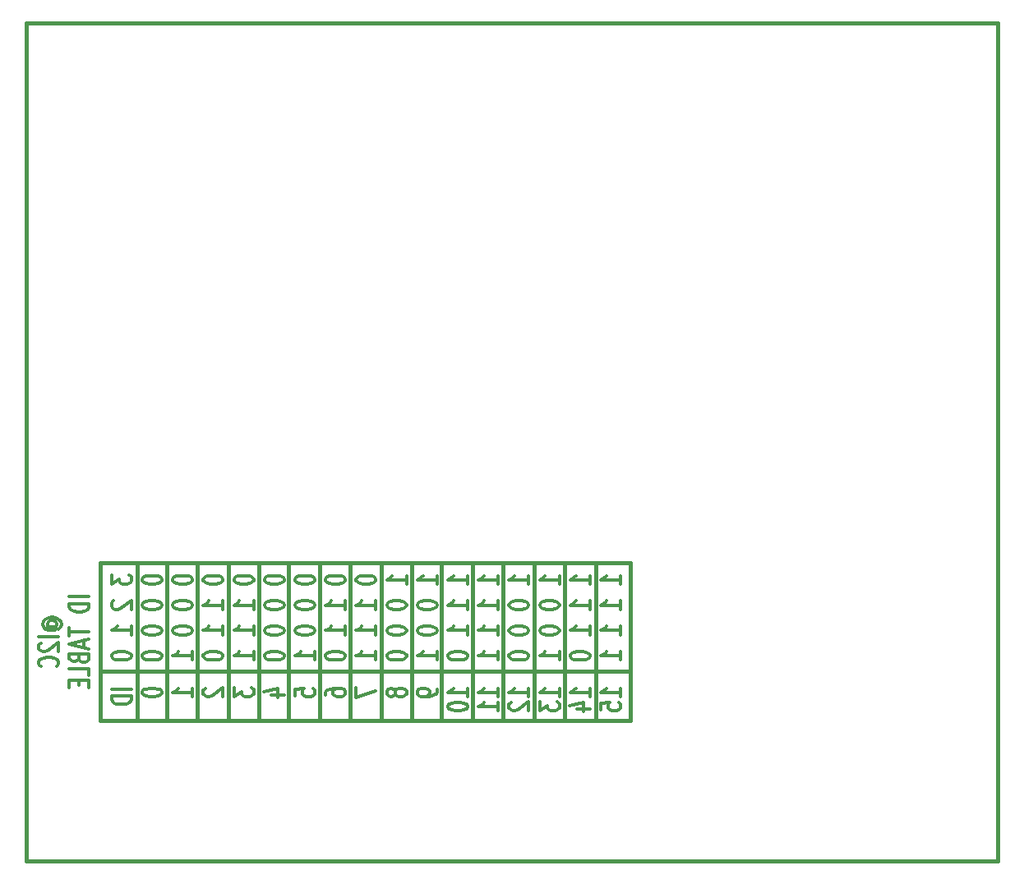
<source format=gbo>
G04 (created by PCBNEW (2013-mar-13)-testing) date jeu. 20 juin 2013 21:39:04 CEST*
%MOIN*%
G04 Gerber Fmt 3.4, Leading zero omitted, Abs format*
%FSLAX34Y34*%
G01*
G70*
G90*
G04 APERTURE LIST*
%ADD10C,0.005906*%
%ADD11C,0.015000*%
%ADD12C,0.012000*%
G04 APERTURE END LIST*
G54D10*
G54D11*
X74500Y-54300D02*
X96000Y-54300D01*
X89600Y-56300D02*
X89600Y-49950D01*
X76000Y-49900D02*
X76000Y-56300D01*
X77200Y-56300D02*
X77200Y-49900D01*
X78450Y-49900D02*
X78450Y-56300D01*
X79700Y-56300D02*
X79700Y-49900D01*
X80950Y-49900D02*
X80950Y-56300D01*
X82150Y-49900D02*
X82200Y-49900D01*
X82150Y-56300D02*
X82150Y-49900D01*
X83400Y-49900D02*
X83400Y-56300D01*
X84650Y-49950D02*
X84650Y-49900D01*
X84650Y-56300D02*
X84650Y-49950D01*
X85900Y-56300D02*
X85900Y-49900D01*
X87150Y-49900D02*
X87200Y-49900D01*
X87150Y-56300D02*
X87150Y-49900D01*
X88350Y-56300D02*
X88400Y-56300D01*
X88350Y-49900D02*
X88350Y-56300D01*
X90850Y-49950D02*
X90850Y-56300D01*
X92100Y-49900D02*
X92150Y-49900D01*
X92100Y-56300D02*
X92100Y-49900D01*
X93350Y-56300D02*
X93400Y-56300D01*
X93350Y-49900D02*
X93350Y-56300D01*
X93300Y-49900D02*
X93400Y-49900D01*
X94600Y-56300D02*
X94600Y-49900D01*
X96000Y-56300D02*
X95900Y-56300D01*
X96000Y-49900D02*
X96000Y-56300D01*
X74500Y-49900D02*
X96000Y-49900D01*
X74500Y-56300D02*
X74500Y-49900D01*
X95900Y-56300D02*
X74500Y-56300D01*
G54D12*
X72430Y-52500D02*
X72392Y-52471D01*
X72354Y-52414D01*
X72354Y-52357D01*
X72392Y-52300D01*
X72430Y-52271D01*
X72507Y-52242D01*
X72583Y-52242D01*
X72659Y-52271D01*
X72697Y-52300D01*
X72735Y-52357D01*
X72735Y-52414D01*
X72697Y-52471D01*
X72659Y-52500D01*
X72354Y-52500D02*
X72659Y-52500D01*
X72697Y-52528D01*
X72697Y-52557D01*
X72659Y-52614D01*
X72583Y-52642D01*
X72392Y-52642D01*
X72278Y-52585D01*
X72202Y-52500D01*
X72164Y-52385D01*
X72202Y-52271D01*
X72278Y-52185D01*
X72392Y-52128D01*
X72545Y-52100D01*
X72697Y-52128D01*
X72811Y-52185D01*
X72888Y-52271D01*
X72926Y-52385D01*
X72888Y-52500D01*
X72811Y-52585D01*
X72811Y-52900D02*
X72011Y-52900D01*
X72088Y-53157D02*
X72050Y-53185D01*
X72011Y-53242D01*
X72011Y-53385D01*
X72050Y-53442D01*
X72088Y-53471D01*
X72164Y-53500D01*
X72240Y-53500D01*
X72354Y-53471D01*
X72811Y-53128D01*
X72811Y-53500D01*
X72735Y-54100D02*
X72773Y-54071D01*
X72811Y-53985D01*
X72811Y-53928D01*
X72773Y-53842D01*
X72697Y-53785D01*
X72621Y-53757D01*
X72469Y-53728D01*
X72354Y-53728D01*
X72202Y-53757D01*
X72126Y-53785D01*
X72050Y-53842D01*
X72011Y-53928D01*
X72011Y-53985D01*
X72050Y-54071D01*
X72088Y-54100D01*
X74051Y-51271D02*
X73251Y-51271D01*
X74051Y-51557D02*
X73251Y-51557D01*
X73251Y-51700D01*
X73290Y-51785D01*
X73366Y-51842D01*
X73442Y-51871D01*
X73594Y-51900D01*
X73709Y-51900D01*
X73861Y-51871D01*
X73937Y-51842D01*
X74013Y-51785D01*
X74051Y-51700D01*
X74051Y-51557D01*
X73251Y-52528D02*
X73251Y-52871D01*
X74051Y-52700D02*
X73251Y-52700D01*
X73823Y-53042D02*
X73823Y-53328D01*
X74051Y-52985D02*
X73251Y-53185D01*
X74051Y-53385D01*
X73632Y-53785D02*
X73670Y-53871D01*
X73709Y-53900D01*
X73785Y-53928D01*
X73899Y-53928D01*
X73975Y-53900D01*
X74013Y-53871D01*
X74051Y-53814D01*
X74051Y-53585D01*
X73251Y-53585D01*
X73251Y-53785D01*
X73290Y-53842D01*
X73328Y-53871D01*
X73404Y-53900D01*
X73480Y-53900D01*
X73556Y-53871D01*
X73594Y-53842D01*
X73632Y-53785D01*
X73632Y-53585D01*
X74051Y-54471D02*
X74051Y-54185D01*
X73251Y-54185D01*
X73632Y-54671D02*
X73632Y-54871D01*
X74051Y-54957D02*
X74051Y-54671D01*
X73251Y-54671D01*
X73251Y-54957D01*
X74961Y-50385D02*
X74961Y-50757D01*
X75266Y-50557D01*
X75266Y-50642D01*
X75304Y-50700D01*
X75342Y-50728D01*
X75419Y-50757D01*
X75609Y-50757D01*
X75685Y-50728D01*
X75723Y-50700D01*
X75761Y-50642D01*
X75761Y-50471D01*
X75723Y-50414D01*
X75685Y-50385D01*
X75038Y-51442D02*
X75000Y-51471D01*
X74961Y-51528D01*
X74961Y-51671D01*
X75000Y-51728D01*
X75038Y-51757D01*
X75114Y-51785D01*
X75190Y-51785D01*
X75304Y-51757D01*
X75761Y-51414D01*
X75761Y-51785D01*
X75761Y-52814D02*
X75761Y-52471D01*
X75761Y-52642D02*
X74961Y-52642D01*
X75076Y-52585D01*
X75152Y-52528D01*
X75190Y-52471D01*
X74961Y-53642D02*
X74961Y-53700D01*
X75000Y-53757D01*
X75038Y-53785D01*
X75114Y-53814D01*
X75266Y-53842D01*
X75457Y-53842D01*
X75609Y-53814D01*
X75685Y-53785D01*
X75723Y-53757D01*
X75761Y-53700D01*
X75761Y-53642D01*
X75723Y-53585D01*
X75685Y-53557D01*
X75609Y-53528D01*
X75457Y-53500D01*
X75266Y-53500D01*
X75114Y-53528D01*
X75038Y-53557D01*
X75000Y-53585D01*
X74961Y-53642D01*
X75761Y-55014D02*
X74961Y-55014D01*
X75761Y-55300D02*
X74961Y-55300D01*
X74961Y-55442D01*
X75000Y-55528D01*
X75076Y-55585D01*
X75152Y-55614D01*
X75304Y-55642D01*
X75419Y-55642D01*
X75571Y-55614D01*
X75647Y-55585D01*
X75723Y-55528D01*
X75761Y-55442D01*
X75761Y-55300D01*
X76201Y-50557D02*
X76201Y-50614D01*
X76240Y-50671D01*
X76278Y-50700D01*
X76354Y-50728D01*
X76506Y-50757D01*
X76697Y-50757D01*
X76849Y-50728D01*
X76925Y-50700D01*
X76963Y-50671D01*
X77001Y-50614D01*
X77001Y-50557D01*
X76963Y-50500D01*
X76925Y-50471D01*
X76849Y-50442D01*
X76697Y-50414D01*
X76506Y-50414D01*
X76354Y-50442D01*
X76278Y-50471D01*
X76240Y-50500D01*
X76201Y-50557D01*
X76201Y-51585D02*
X76201Y-51642D01*
X76240Y-51700D01*
X76278Y-51728D01*
X76354Y-51757D01*
X76506Y-51785D01*
X76697Y-51785D01*
X76849Y-51757D01*
X76925Y-51728D01*
X76963Y-51700D01*
X77001Y-51642D01*
X77001Y-51585D01*
X76963Y-51528D01*
X76925Y-51500D01*
X76849Y-51471D01*
X76697Y-51442D01*
X76506Y-51442D01*
X76354Y-51471D01*
X76278Y-51500D01*
X76240Y-51528D01*
X76201Y-51585D01*
X76201Y-52614D02*
X76201Y-52671D01*
X76240Y-52728D01*
X76278Y-52757D01*
X76354Y-52785D01*
X76506Y-52814D01*
X76697Y-52814D01*
X76849Y-52785D01*
X76925Y-52757D01*
X76963Y-52728D01*
X77001Y-52671D01*
X77001Y-52614D01*
X76963Y-52557D01*
X76925Y-52528D01*
X76849Y-52500D01*
X76697Y-52471D01*
X76506Y-52471D01*
X76354Y-52500D01*
X76278Y-52528D01*
X76240Y-52557D01*
X76201Y-52614D01*
X76201Y-53642D02*
X76201Y-53700D01*
X76240Y-53757D01*
X76278Y-53785D01*
X76354Y-53814D01*
X76506Y-53842D01*
X76697Y-53842D01*
X76849Y-53814D01*
X76925Y-53785D01*
X76963Y-53757D01*
X77001Y-53700D01*
X77001Y-53642D01*
X76963Y-53585D01*
X76925Y-53557D01*
X76849Y-53528D01*
X76697Y-53500D01*
X76506Y-53500D01*
X76354Y-53528D01*
X76278Y-53557D01*
X76240Y-53585D01*
X76201Y-53642D01*
X76201Y-55128D02*
X76201Y-55185D01*
X76240Y-55242D01*
X76278Y-55271D01*
X76354Y-55300D01*
X76506Y-55328D01*
X76697Y-55328D01*
X76849Y-55300D01*
X76925Y-55271D01*
X76963Y-55242D01*
X77001Y-55185D01*
X77001Y-55128D01*
X76963Y-55071D01*
X76925Y-55042D01*
X76849Y-55014D01*
X76697Y-54985D01*
X76506Y-54985D01*
X76354Y-55014D01*
X76278Y-55042D01*
X76240Y-55071D01*
X76201Y-55128D01*
X77441Y-50557D02*
X77441Y-50614D01*
X77480Y-50671D01*
X77518Y-50700D01*
X77594Y-50728D01*
X77746Y-50757D01*
X77937Y-50757D01*
X78089Y-50728D01*
X78165Y-50700D01*
X78203Y-50671D01*
X78241Y-50614D01*
X78241Y-50557D01*
X78203Y-50500D01*
X78165Y-50471D01*
X78089Y-50442D01*
X77937Y-50414D01*
X77746Y-50414D01*
X77594Y-50442D01*
X77518Y-50471D01*
X77480Y-50500D01*
X77441Y-50557D01*
X77441Y-51585D02*
X77441Y-51642D01*
X77480Y-51700D01*
X77518Y-51728D01*
X77594Y-51757D01*
X77746Y-51785D01*
X77937Y-51785D01*
X78089Y-51757D01*
X78165Y-51728D01*
X78203Y-51700D01*
X78241Y-51642D01*
X78241Y-51585D01*
X78203Y-51528D01*
X78165Y-51500D01*
X78089Y-51471D01*
X77937Y-51442D01*
X77746Y-51442D01*
X77594Y-51471D01*
X77518Y-51500D01*
X77480Y-51528D01*
X77441Y-51585D01*
X77441Y-52614D02*
X77441Y-52671D01*
X77480Y-52728D01*
X77518Y-52757D01*
X77594Y-52785D01*
X77746Y-52814D01*
X77937Y-52814D01*
X78089Y-52785D01*
X78165Y-52757D01*
X78203Y-52728D01*
X78241Y-52671D01*
X78241Y-52614D01*
X78203Y-52557D01*
X78165Y-52528D01*
X78089Y-52500D01*
X77937Y-52471D01*
X77746Y-52471D01*
X77594Y-52500D01*
X77518Y-52528D01*
X77480Y-52557D01*
X77441Y-52614D01*
X78241Y-53842D02*
X78241Y-53500D01*
X78241Y-53671D02*
X77441Y-53671D01*
X77556Y-53614D01*
X77632Y-53557D01*
X77670Y-53500D01*
X78241Y-55328D02*
X78241Y-54985D01*
X78241Y-55157D02*
X77441Y-55157D01*
X77556Y-55100D01*
X77632Y-55042D01*
X77670Y-54985D01*
X78681Y-50557D02*
X78681Y-50614D01*
X78720Y-50671D01*
X78758Y-50700D01*
X78834Y-50728D01*
X78986Y-50757D01*
X79177Y-50757D01*
X79329Y-50728D01*
X79405Y-50700D01*
X79443Y-50671D01*
X79481Y-50614D01*
X79481Y-50557D01*
X79443Y-50500D01*
X79405Y-50471D01*
X79329Y-50442D01*
X79177Y-50414D01*
X78986Y-50414D01*
X78834Y-50442D01*
X78758Y-50471D01*
X78720Y-50500D01*
X78681Y-50557D01*
X79481Y-51785D02*
X79481Y-51442D01*
X79481Y-51614D02*
X78681Y-51614D01*
X78796Y-51557D01*
X78872Y-51500D01*
X78910Y-51442D01*
X79481Y-52814D02*
X79481Y-52471D01*
X79481Y-52642D02*
X78681Y-52642D01*
X78796Y-52585D01*
X78872Y-52528D01*
X78910Y-52471D01*
X78681Y-53642D02*
X78681Y-53700D01*
X78720Y-53757D01*
X78758Y-53785D01*
X78834Y-53814D01*
X78986Y-53842D01*
X79177Y-53842D01*
X79329Y-53814D01*
X79405Y-53785D01*
X79443Y-53757D01*
X79481Y-53700D01*
X79481Y-53642D01*
X79443Y-53585D01*
X79405Y-53557D01*
X79329Y-53528D01*
X79177Y-53500D01*
X78986Y-53500D01*
X78834Y-53528D01*
X78758Y-53557D01*
X78720Y-53585D01*
X78681Y-53642D01*
X78758Y-54985D02*
X78720Y-55014D01*
X78681Y-55071D01*
X78681Y-55214D01*
X78720Y-55271D01*
X78758Y-55300D01*
X78834Y-55328D01*
X78910Y-55328D01*
X79024Y-55300D01*
X79481Y-54957D01*
X79481Y-55328D01*
X79921Y-50557D02*
X79921Y-50614D01*
X79960Y-50671D01*
X79998Y-50700D01*
X80074Y-50728D01*
X80226Y-50757D01*
X80417Y-50757D01*
X80569Y-50728D01*
X80645Y-50700D01*
X80683Y-50671D01*
X80721Y-50614D01*
X80721Y-50557D01*
X80683Y-50500D01*
X80645Y-50471D01*
X80569Y-50442D01*
X80417Y-50414D01*
X80226Y-50414D01*
X80074Y-50442D01*
X79998Y-50471D01*
X79960Y-50500D01*
X79921Y-50557D01*
X80721Y-51785D02*
X80721Y-51442D01*
X80721Y-51614D02*
X79921Y-51614D01*
X80036Y-51557D01*
X80112Y-51500D01*
X80150Y-51442D01*
X80721Y-52814D02*
X80721Y-52471D01*
X80721Y-52642D02*
X79921Y-52642D01*
X80036Y-52585D01*
X80112Y-52528D01*
X80150Y-52471D01*
X80721Y-53842D02*
X80721Y-53500D01*
X80721Y-53671D02*
X79921Y-53671D01*
X80036Y-53614D01*
X80112Y-53557D01*
X80150Y-53500D01*
X79921Y-54957D02*
X79921Y-55328D01*
X80226Y-55128D01*
X80226Y-55214D01*
X80264Y-55271D01*
X80302Y-55300D01*
X80379Y-55328D01*
X80569Y-55328D01*
X80645Y-55300D01*
X80683Y-55271D01*
X80721Y-55214D01*
X80721Y-55042D01*
X80683Y-54985D01*
X80645Y-54957D01*
X81161Y-50557D02*
X81161Y-50614D01*
X81200Y-50671D01*
X81238Y-50700D01*
X81314Y-50728D01*
X81466Y-50757D01*
X81657Y-50757D01*
X81809Y-50728D01*
X81885Y-50700D01*
X81923Y-50671D01*
X81961Y-50614D01*
X81961Y-50557D01*
X81923Y-50500D01*
X81885Y-50471D01*
X81809Y-50442D01*
X81657Y-50414D01*
X81466Y-50414D01*
X81314Y-50442D01*
X81238Y-50471D01*
X81200Y-50500D01*
X81161Y-50557D01*
X81161Y-51585D02*
X81161Y-51642D01*
X81200Y-51700D01*
X81238Y-51728D01*
X81314Y-51757D01*
X81466Y-51785D01*
X81657Y-51785D01*
X81809Y-51757D01*
X81885Y-51728D01*
X81923Y-51700D01*
X81961Y-51642D01*
X81961Y-51585D01*
X81923Y-51528D01*
X81885Y-51500D01*
X81809Y-51471D01*
X81657Y-51442D01*
X81466Y-51442D01*
X81314Y-51471D01*
X81238Y-51500D01*
X81200Y-51528D01*
X81161Y-51585D01*
X81161Y-52614D02*
X81161Y-52671D01*
X81200Y-52728D01*
X81238Y-52757D01*
X81314Y-52785D01*
X81466Y-52814D01*
X81657Y-52814D01*
X81809Y-52785D01*
X81885Y-52757D01*
X81923Y-52728D01*
X81961Y-52671D01*
X81961Y-52614D01*
X81923Y-52557D01*
X81885Y-52528D01*
X81809Y-52500D01*
X81657Y-52471D01*
X81466Y-52471D01*
X81314Y-52500D01*
X81238Y-52528D01*
X81200Y-52557D01*
X81161Y-52614D01*
X81161Y-53642D02*
X81161Y-53700D01*
X81200Y-53757D01*
X81238Y-53785D01*
X81314Y-53814D01*
X81466Y-53842D01*
X81657Y-53842D01*
X81809Y-53814D01*
X81885Y-53785D01*
X81923Y-53757D01*
X81961Y-53700D01*
X81961Y-53642D01*
X81923Y-53585D01*
X81885Y-53557D01*
X81809Y-53528D01*
X81657Y-53500D01*
X81466Y-53500D01*
X81314Y-53528D01*
X81238Y-53557D01*
X81200Y-53585D01*
X81161Y-53642D01*
X81428Y-55271D02*
X81961Y-55271D01*
X81123Y-55128D02*
X81695Y-54985D01*
X81695Y-55357D01*
X82401Y-50557D02*
X82401Y-50614D01*
X82440Y-50671D01*
X82478Y-50700D01*
X82554Y-50728D01*
X82706Y-50757D01*
X82897Y-50757D01*
X83049Y-50728D01*
X83125Y-50700D01*
X83163Y-50671D01*
X83201Y-50614D01*
X83201Y-50557D01*
X83163Y-50500D01*
X83125Y-50471D01*
X83049Y-50442D01*
X82897Y-50414D01*
X82706Y-50414D01*
X82554Y-50442D01*
X82478Y-50471D01*
X82440Y-50500D01*
X82401Y-50557D01*
X82401Y-51585D02*
X82401Y-51642D01*
X82440Y-51700D01*
X82478Y-51728D01*
X82554Y-51757D01*
X82706Y-51785D01*
X82897Y-51785D01*
X83049Y-51757D01*
X83125Y-51728D01*
X83163Y-51700D01*
X83201Y-51642D01*
X83201Y-51585D01*
X83163Y-51528D01*
X83125Y-51500D01*
X83049Y-51471D01*
X82897Y-51442D01*
X82706Y-51442D01*
X82554Y-51471D01*
X82478Y-51500D01*
X82440Y-51528D01*
X82401Y-51585D01*
X82401Y-52614D02*
X82401Y-52671D01*
X82440Y-52728D01*
X82478Y-52757D01*
X82554Y-52785D01*
X82706Y-52814D01*
X82897Y-52814D01*
X83049Y-52785D01*
X83125Y-52757D01*
X83163Y-52728D01*
X83201Y-52671D01*
X83201Y-52614D01*
X83163Y-52557D01*
X83125Y-52528D01*
X83049Y-52500D01*
X82897Y-52471D01*
X82706Y-52471D01*
X82554Y-52500D01*
X82478Y-52528D01*
X82440Y-52557D01*
X82401Y-52614D01*
X83201Y-53842D02*
X83201Y-53500D01*
X83201Y-53671D02*
X82401Y-53671D01*
X82516Y-53614D01*
X82592Y-53557D01*
X82630Y-53500D01*
X82401Y-55300D02*
X82401Y-55014D01*
X82782Y-54985D01*
X82744Y-55014D01*
X82706Y-55071D01*
X82706Y-55214D01*
X82744Y-55271D01*
X82782Y-55300D01*
X82859Y-55328D01*
X83049Y-55328D01*
X83125Y-55300D01*
X83163Y-55271D01*
X83201Y-55214D01*
X83201Y-55071D01*
X83163Y-55014D01*
X83125Y-54985D01*
X83641Y-50557D02*
X83641Y-50614D01*
X83680Y-50671D01*
X83718Y-50700D01*
X83794Y-50728D01*
X83946Y-50757D01*
X84137Y-50757D01*
X84289Y-50728D01*
X84365Y-50700D01*
X84403Y-50671D01*
X84441Y-50614D01*
X84441Y-50557D01*
X84403Y-50500D01*
X84365Y-50471D01*
X84289Y-50442D01*
X84137Y-50414D01*
X83946Y-50414D01*
X83794Y-50442D01*
X83718Y-50471D01*
X83680Y-50500D01*
X83641Y-50557D01*
X84441Y-51785D02*
X84441Y-51442D01*
X84441Y-51614D02*
X83641Y-51614D01*
X83756Y-51557D01*
X83832Y-51500D01*
X83870Y-51442D01*
X84441Y-52814D02*
X84441Y-52471D01*
X84441Y-52642D02*
X83641Y-52642D01*
X83756Y-52585D01*
X83832Y-52528D01*
X83870Y-52471D01*
X83641Y-53642D02*
X83641Y-53700D01*
X83680Y-53757D01*
X83718Y-53785D01*
X83794Y-53814D01*
X83946Y-53842D01*
X84137Y-53842D01*
X84289Y-53814D01*
X84365Y-53785D01*
X84403Y-53757D01*
X84441Y-53700D01*
X84441Y-53642D01*
X84403Y-53585D01*
X84365Y-53557D01*
X84289Y-53528D01*
X84137Y-53500D01*
X83946Y-53500D01*
X83794Y-53528D01*
X83718Y-53557D01*
X83680Y-53585D01*
X83641Y-53642D01*
X83641Y-55271D02*
X83641Y-55157D01*
X83680Y-55100D01*
X83718Y-55071D01*
X83832Y-55014D01*
X83984Y-54985D01*
X84289Y-54985D01*
X84365Y-55014D01*
X84403Y-55042D01*
X84441Y-55100D01*
X84441Y-55214D01*
X84403Y-55271D01*
X84365Y-55300D01*
X84289Y-55328D01*
X84099Y-55328D01*
X84022Y-55300D01*
X83984Y-55271D01*
X83946Y-55214D01*
X83946Y-55100D01*
X83984Y-55042D01*
X84022Y-55014D01*
X84099Y-54985D01*
X84881Y-50557D02*
X84881Y-50614D01*
X84920Y-50671D01*
X84958Y-50700D01*
X85034Y-50728D01*
X85186Y-50757D01*
X85377Y-50757D01*
X85529Y-50728D01*
X85605Y-50700D01*
X85643Y-50671D01*
X85681Y-50614D01*
X85681Y-50557D01*
X85643Y-50500D01*
X85605Y-50471D01*
X85529Y-50442D01*
X85377Y-50414D01*
X85186Y-50414D01*
X85034Y-50442D01*
X84958Y-50471D01*
X84920Y-50500D01*
X84881Y-50557D01*
X85681Y-51785D02*
X85681Y-51442D01*
X85681Y-51614D02*
X84881Y-51614D01*
X84996Y-51557D01*
X85072Y-51500D01*
X85110Y-51442D01*
X85681Y-52814D02*
X85681Y-52471D01*
X85681Y-52642D02*
X84881Y-52642D01*
X84996Y-52585D01*
X85072Y-52528D01*
X85110Y-52471D01*
X85681Y-53842D02*
X85681Y-53500D01*
X85681Y-53671D02*
X84881Y-53671D01*
X84996Y-53614D01*
X85072Y-53557D01*
X85110Y-53500D01*
X84881Y-54957D02*
X84881Y-55357D01*
X85681Y-55100D01*
X86921Y-50757D02*
X86921Y-50414D01*
X86921Y-50585D02*
X86121Y-50585D01*
X86236Y-50528D01*
X86312Y-50471D01*
X86350Y-50414D01*
X86121Y-51585D02*
X86121Y-51642D01*
X86160Y-51700D01*
X86198Y-51728D01*
X86274Y-51757D01*
X86426Y-51785D01*
X86617Y-51785D01*
X86769Y-51757D01*
X86845Y-51728D01*
X86883Y-51700D01*
X86921Y-51642D01*
X86921Y-51585D01*
X86883Y-51528D01*
X86845Y-51500D01*
X86769Y-51471D01*
X86617Y-51442D01*
X86426Y-51442D01*
X86274Y-51471D01*
X86198Y-51500D01*
X86160Y-51528D01*
X86121Y-51585D01*
X86121Y-52614D02*
X86121Y-52671D01*
X86160Y-52728D01*
X86198Y-52757D01*
X86274Y-52785D01*
X86426Y-52814D01*
X86617Y-52814D01*
X86769Y-52785D01*
X86845Y-52757D01*
X86883Y-52728D01*
X86921Y-52671D01*
X86921Y-52614D01*
X86883Y-52557D01*
X86845Y-52528D01*
X86769Y-52500D01*
X86617Y-52471D01*
X86426Y-52471D01*
X86274Y-52500D01*
X86198Y-52528D01*
X86160Y-52557D01*
X86121Y-52614D01*
X86121Y-53642D02*
X86121Y-53700D01*
X86160Y-53757D01*
X86198Y-53785D01*
X86274Y-53814D01*
X86426Y-53842D01*
X86617Y-53842D01*
X86769Y-53814D01*
X86845Y-53785D01*
X86883Y-53757D01*
X86921Y-53700D01*
X86921Y-53642D01*
X86883Y-53585D01*
X86845Y-53557D01*
X86769Y-53528D01*
X86617Y-53500D01*
X86426Y-53500D01*
X86274Y-53528D01*
X86198Y-53557D01*
X86160Y-53585D01*
X86121Y-53642D01*
X86464Y-55100D02*
X86426Y-55042D01*
X86388Y-55014D01*
X86312Y-54985D01*
X86274Y-54985D01*
X86198Y-55014D01*
X86160Y-55042D01*
X86121Y-55100D01*
X86121Y-55214D01*
X86160Y-55271D01*
X86198Y-55300D01*
X86274Y-55328D01*
X86312Y-55328D01*
X86388Y-55300D01*
X86426Y-55271D01*
X86464Y-55214D01*
X86464Y-55100D01*
X86502Y-55042D01*
X86540Y-55014D01*
X86617Y-54985D01*
X86769Y-54985D01*
X86845Y-55014D01*
X86883Y-55042D01*
X86921Y-55100D01*
X86921Y-55214D01*
X86883Y-55271D01*
X86845Y-55300D01*
X86769Y-55328D01*
X86617Y-55328D01*
X86540Y-55300D01*
X86502Y-55271D01*
X86464Y-55214D01*
X88161Y-50757D02*
X88161Y-50414D01*
X88161Y-50585D02*
X87361Y-50585D01*
X87476Y-50528D01*
X87552Y-50471D01*
X87590Y-50414D01*
X87361Y-51585D02*
X87361Y-51642D01*
X87400Y-51700D01*
X87438Y-51728D01*
X87514Y-51757D01*
X87666Y-51785D01*
X87857Y-51785D01*
X88009Y-51757D01*
X88085Y-51728D01*
X88123Y-51700D01*
X88161Y-51642D01*
X88161Y-51585D01*
X88123Y-51528D01*
X88085Y-51500D01*
X88009Y-51471D01*
X87857Y-51442D01*
X87666Y-51442D01*
X87514Y-51471D01*
X87438Y-51500D01*
X87400Y-51528D01*
X87361Y-51585D01*
X87361Y-52614D02*
X87361Y-52671D01*
X87400Y-52728D01*
X87438Y-52757D01*
X87514Y-52785D01*
X87666Y-52814D01*
X87857Y-52814D01*
X88009Y-52785D01*
X88085Y-52757D01*
X88123Y-52728D01*
X88161Y-52671D01*
X88161Y-52614D01*
X88123Y-52557D01*
X88085Y-52528D01*
X88009Y-52500D01*
X87857Y-52471D01*
X87666Y-52471D01*
X87514Y-52500D01*
X87438Y-52528D01*
X87400Y-52557D01*
X87361Y-52614D01*
X88161Y-53842D02*
X88161Y-53500D01*
X88161Y-53671D02*
X87361Y-53671D01*
X87476Y-53614D01*
X87552Y-53557D01*
X87590Y-53500D01*
X88161Y-55042D02*
X88161Y-55157D01*
X88123Y-55214D01*
X88085Y-55242D01*
X87971Y-55300D01*
X87819Y-55328D01*
X87514Y-55328D01*
X87438Y-55300D01*
X87400Y-55271D01*
X87361Y-55214D01*
X87361Y-55100D01*
X87400Y-55042D01*
X87438Y-55014D01*
X87514Y-54985D01*
X87704Y-54985D01*
X87780Y-55014D01*
X87819Y-55042D01*
X87857Y-55100D01*
X87857Y-55214D01*
X87819Y-55271D01*
X87780Y-55300D01*
X87704Y-55328D01*
X89401Y-50757D02*
X89401Y-50414D01*
X89401Y-50585D02*
X88601Y-50585D01*
X88716Y-50528D01*
X88792Y-50471D01*
X88830Y-50414D01*
X89401Y-51785D02*
X89401Y-51442D01*
X89401Y-51614D02*
X88601Y-51614D01*
X88716Y-51557D01*
X88792Y-51500D01*
X88830Y-51442D01*
X89401Y-52814D02*
X89401Y-52471D01*
X89401Y-52642D02*
X88601Y-52642D01*
X88716Y-52585D01*
X88792Y-52528D01*
X88830Y-52471D01*
X88601Y-53642D02*
X88601Y-53700D01*
X88640Y-53757D01*
X88678Y-53785D01*
X88754Y-53814D01*
X88906Y-53842D01*
X89097Y-53842D01*
X89249Y-53814D01*
X89325Y-53785D01*
X89363Y-53757D01*
X89401Y-53700D01*
X89401Y-53642D01*
X89363Y-53585D01*
X89325Y-53557D01*
X89249Y-53528D01*
X89097Y-53500D01*
X88906Y-53500D01*
X88754Y-53528D01*
X88678Y-53557D01*
X88640Y-53585D01*
X88601Y-53642D01*
X89401Y-55328D02*
X89401Y-54985D01*
X89401Y-55157D02*
X88601Y-55157D01*
X88716Y-55100D01*
X88792Y-55042D01*
X88830Y-54985D01*
X88601Y-55700D02*
X88601Y-55757D01*
X88640Y-55814D01*
X88678Y-55842D01*
X88754Y-55871D01*
X88906Y-55900D01*
X89097Y-55900D01*
X89249Y-55871D01*
X89325Y-55842D01*
X89363Y-55814D01*
X89401Y-55757D01*
X89401Y-55700D01*
X89363Y-55642D01*
X89325Y-55614D01*
X89249Y-55585D01*
X89097Y-55557D01*
X88906Y-55557D01*
X88754Y-55585D01*
X88678Y-55614D01*
X88640Y-55642D01*
X88601Y-55700D01*
X90641Y-50757D02*
X90641Y-50414D01*
X90641Y-50585D02*
X89841Y-50585D01*
X89956Y-50528D01*
X90032Y-50471D01*
X90070Y-50414D01*
X90641Y-51785D02*
X90641Y-51442D01*
X90641Y-51614D02*
X89841Y-51614D01*
X89956Y-51557D01*
X90032Y-51500D01*
X90070Y-51442D01*
X90641Y-52814D02*
X90641Y-52471D01*
X90641Y-52642D02*
X89841Y-52642D01*
X89956Y-52585D01*
X90032Y-52528D01*
X90070Y-52471D01*
X90641Y-53842D02*
X90641Y-53500D01*
X90641Y-53671D02*
X89841Y-53671D01*
X89956Y-53614D01*
X90032Y-53557D01*
X90070Y-53500D01*
X90641Y-55328D02*
X90641Y-54985D01*
X90641Y-55157D02*
X89841Y-55157D01*
X89956Y-55100D01*
X90032Y-55042D01*
X90070Y-54985D01*
X90641Y-55900D02*
X90641Y-55557D01*
X90641Y-55728D02*
X89841Y-55728D01*
X89956Y-55671D01*
X90032Y-55614D01*
X90070Y-55557D01*
X91881Y-50757D02*
X91881Y-50414D01*
X91881Y-50585D02*
X91081Y-50585D01*
X91196Y-50528D01*
X91272Y-50471D01*
X91310Y-50414D01*
X91081Y-51585D02*
X91081Y-51642D01*
X91120Y-51700D01*
X91158Y-51728D01*
X91234Y-51757D01*
X91386Y-51785D01*
X91577Y-51785D01*
X91729Y-51757D01*
X91805Y-51728D01*
X91843Y-51700D01*
X91881Y-51642D01*
X91881Y-51585D01*
X91843Y-51528D01*
X91805Y-51500D01*
X91729Y-51471D01*
X91577Y-51442D01*
X91386Y-51442D01*
X91234Y-51471D01*
X91158Y-51500D01*
X91120Y-51528D01*
X91081Y-51585D01*
X91081Y-52614D02*
X91081Y-52671D01*
X91120Y-52728D01*
X91158Y-52757D01*
X91234Y-52785D01*
X91386Y-52814D01*
X91577Y-52814D01*
X91729Y-52785D01*
X91805Y-52757D01*
X91843Y-52728D01*
X91881Y-52671D01*
X91881Y-52614D01*
X91843Y-52557D01*
X91805Y-52528D01*
X91729Y-52500D01*
X91577Y-52471D01*
X91386Y-52471D01*
X91234Y-52500D01*
X91158Y-52528D01*
X91120Y-52557D01*
X91081Y-52614D01*
X91081Y-53642D02*
X91081Y-53700D01*
X91120Y-53757D01*
X91158Y-53785D01*
X91234Y-53814D01*
X91386Y-53842D01*
X91577Y-53842D01*
X91729Y-53814D01*
X91805Y-53785D01*
X91843Y-53757D01*
X91881Y-53700D01*
X91881Y-53642D01*
X91843Y-53585D01*
X91805Y-53557D01*
X91729Y-53528D01*
X91577Y-53500D01*
X91386Y-53500D01*
X91234Y-53528D01*
X91158Y-53557D01*
X91120Y-53585D01*
X91081Y-53642D01*
X91881Y-55328D02*
X91881Y-54985D01*
X91881Y-55157D02*
X91081Y-55157D01*
X91196Y-55100D01*
X91272Y-55042D01*
X91310Y-54985D01*
X91158Y-55557D02*
X91120Y-55585D01*
X91081Y-55642D01*
X91081Y-55785D01*
X91120Y-55842D01*
X91158Y-55871D01*
X91234Y-55900D01*
X91310Y-55900D01*
X91424Y-55871D01*
X91881Y-55528D01*
X91881Y-55900D01*
X93121Y-50757D02*
X93121Y-50414D01*
X93121Y-50585D02*
X92321Y-50585D01*
X92436Y-50528D01*
X92512Y-50471D01*
X92550Y-50414D01*
X92321Y-51585D02*
X92321Y-51642D01*
X92360Y-51700D01*
X92398Y-51728D01*
X92474Y-51757D01*
X92626Y-51785D01*
X92817Y-51785D01*
X92969Y-51757D01*
X93045Y-51728D01*
X93083Y-51700D01*
X93121Y-51642D01*
X93121Y-51585D01*
X93083Y-51528D01*
X93045Y-51500D01*
X92969Y-51471D01*
X92817Y-51442D01*
X92626Y-51442D01*
X92474Y-51471D01*
X92398Y-51500D01*
X92360Y-51528D01*
X92321Y-51585D01*
X92321Y-52614D02*
X92321Y-52671D01*
X92360Y-52728D01*
X92398Y-52757D01*
X92474Y-52785D01*
X92626Y-52814D01*
X92817Y-52814D01*
X92969Y-52785D01*
X93045Y-52757D01*
X93083Y-52728D01*
X93121Y-52671D01*
X93121Y-52614D01*
X93083Y-52557D01*
X93045Y-52528D01*
X92969Y-52500D01*
X92817Y-52471D01*
X92626Y-52471D01*
X92474Y-52500D01*
X92398Y-52528D01*
X92360Y-52557D01*
X92321Y-52614D01*
X93121Y-53842D02*
X93121Y-53500D01*
X93121Y-53671D02*
X92321Y-53671D01*
X92436Y-53614D01*
X92512Y-53557D01*
X92550Y-53500D01*
X93121Y-55328D02*
X93121Y-54985D01*
X93121Y-55157D02*
X92321Y-55157D01*
X92436Y-55100D01*
X92512Y-55042D01*
X92550Y-54985D01*
X92321Y-55528D02*
X92321Y-55900D01*
X92626Y-55700D01*
X92626Y-55785D01*
X92664Y-55842D01*
X92702Y-55871D01*
X92779Y-55900D01*
X92969Y-55900D01*
X93045Y-55871D01*
X93083Y-55842D01*
X93121Y-55785D01*
X93121Y-55614D01*
X93083Y-55557D01*
X93045Y-55528D01*
X94361Y-50757D02*
X94361Y-50414D01*
X94361Y-50585D02*
X93561Y-50585D01*
X93676Y-50528D01*
X93752Y-50471D01*
X93790Y-50414D01*
X94361Y-51785D02*
X94361Y-51442D01*
X94361Y-51614D02*
X93561Y-51614D01*
X93676Y-51557D01*
X93752Y-51500D01*
X93790Y-51442D01*
X94361Y-52814D02*
X94361Y-52471D01*
X94361Y-52642D02*
X93561Y-52642D01*
X93676Y-52585D01*
X93752Y-52528D01*
X93790Y-52471D01*
X93561Y-53642D02*
X93561Y-53700D01*
X93600Y-53757D01*
X93638Y-53785D01*
X93714Y-53814D01*
X93866Y-53842D01*
X94057Y-53842D01*
X94209Y-53814D01*
X94285Y-53785D01*
X94323Y-53757D01*
X94361Y-53700D01*
X94361Y-53642D01*
X94323Y-53585D01*
X94285Y-53557D01*
X94209Y-53528D01*
X94057Y-53500D01*
X93866Y-53500D01*
X93714Y-53528D01*
X93638Y-53557D01*
X93600Y-53585D01*
X93561Y-53642D01*
X94361Y-55328D02*
X94361Y-54985D01*
X94361Y-55157D02*
X93561Y-55157D01*
X93676Y-55100D01*
X93752Y-55042D01*
X93790Y-54985D01*
X93828Y-55842D02*
X94361Y-55842D01*
X93523Y-55700D02*
X94095Y-55557D01*
X94095Y-55928D01*
X95601Y-50757D02*
X95601Y-50414D01*
X95601Y-50585D02*
X94801Y-50585D01*
X94916Y-50528D01*
X94992Y-50471D01*
X95030Y-50414D01*
X95601Y-51785D02*
X95601Y-51442D01*
X95601Y-51614D02*
X94801Y-51614D01*
X94916Y-51557D01*
X94992Y-51500D01*
X95030Y-51442D01*
X95601Y-52814D02*
X95601Y-52471D01*
X95601Y-52642D02*
X94801Y-52642D01*
X94916Y-52585D01*
X94992Y-52528D01*
X95030Y-52471D01*
X95601Y-53842D02*
X95601Y-53500D01*
X95601Y-53671D02*
X94801Y-53671D01*
X94916Y-53614D01*
X94992Y-53557D01*
X95030Y-53500D01*
X95601Y-55328D02*
X95601Y-54985D01*
X95601Y-55157D02*
X94801Y-55157D01*
X94916Y-55100D01*
X94992Y-55042D01*
X95030Y-54985D01*
X94801Y-55871D02*
X94801Y-55585D01*
X95182Y-55557D01*
X95144Y-55585D01*
X95106Y-55642D01*
X95106Y-55785D01*
X95144Y-55842D01*
X95182Y-55871D01*
X95259Y-55900D01*
X95449Y-55900D01*
X95525Y-55871D01*
X95563Y-55842D01*
X95601Y-55785D01*
X95601Y-55642D01*
X95563Y-55585D01*
X95525Y-55557D01*
G54D11*
X71500Y-62000D02*
X110900Y-62000D01*
X71500Y-28000D02*
X110900Y-28000D01*
X110900Y-28000D02*
X110800Y-28000D01*
X110900Y-62000D02*
X110900Y-28000D01*
X71500Y-62000D02*
X71500Y-28000D01*
M02*

</source>
